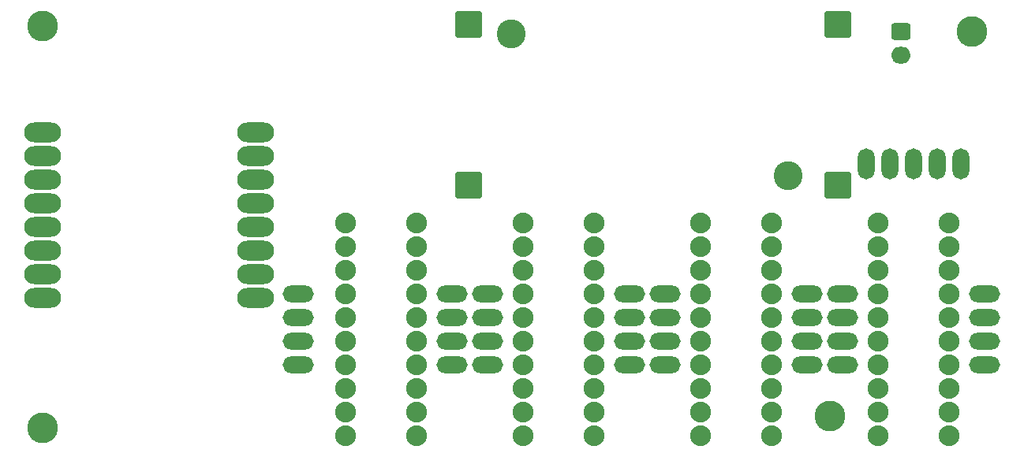
<source format=gbs>
G04 #@! TF.GenerationSoftware,KiCad,Pcbnew,(6.0.4)*
G04 #@! TF.CreationDate,2022-03-19T22:36:38+01:00*
G04 #@! TF.ProjectId,FlyballDisplay,466c7962-616c-46c4-9469-73706c61792e,rev?*
G04 #@! TF.SameCoordinates,Original*
G04 #@! TF.FileFunction,Soldermask,Bot*
G04 #@! TF.FilePolarity,Negative*
%FSLAX46Y46*%
G04 Gerber Fmt 4.6, Leading zero omitted, Abs format (unit mm)*
G04 Created by KiCad (PCBNEW (6.0.4)) date 2022-03-19 22:36:38*
%MOMM*%
%LPD*%
G01*
G04 APERTURE LIST*
G04 Aperture macros list*
%AMRoundRect*
0 Rectangle with rounded corners*
0 $1 Rounding radius*
0 $2 $3 $4 $5 $6 $7 $8 $9 X,Y pos of 4 corners*
0 Add a 4 corners polygon primitive as box body*
4,1,4,$2,$3,$4,$5,$6,$7,$8,$9,$2,$3,0*
0 Add four circle primitives for the rounded corners*
1,1,$1+$1,$2,$3*
1,1,$1+$1,$4,$5*
1,1,$1+$1,$6,$7*
1,1,$1+$1,$8,$9*
0 Add four rect primitives between the rounded corners*
20,1,$1+$1,$2,$3,$4,$5,0*
20,1,$1+$1,$4,$5,$6,$7,0*
20,1,$1+$1,$6,$7,$8,$9,0*
20,1,$1+$1,$8,$9,$2,$3,0*%
G04 Aperture macros list end*
%ADD10RoundRect,0.301000X-0.750000X0.600000X-0.750000X-0.600000X0.750000X-0.600000X0.750000X0.600000X0*%
%ADD11O,2.102000X1.802000*%
%ADD12O,3.962400X2.133600*%
%ADD13C,3.302000*%
%ADD14C,2.235200*%
%ADD15O,3.336800X1.820800*%
%ADD16C,3.102000*%
%ADD17RoundRect,0.152400X1.250000X1.250000X-1.250000X1.250000X-1.250000X-1.250000X1.250000X-1.250000X0*%
%ADD18O,1.820800X3.336800*%
G04 APERTURE END LIST*
D10*
X190500000Y-83820000D03*
D11*
X190500000Y-86320000D03*
D12*
X98425000Y-94615000D03*
X98425000Y-97155000D03*
X98425000Y-99695000D03*
X98425000Y-102235000D03*
X98425000Y-104775000D03*
X98425000Y-107315000D03*
X98425000Y-109855000D03*
X98425000Y-112395000D03*
X121285000Y-94615000D03*
X121285000Y-97155000D03*
X121285000Y-99695000D03*
X121285000Y-102235000D03*
X121285000Y-104775000D03*
X121285000Y-107315000D03*
X121285000Y-109855000D03*
X121285000Y-112395000D03*
D13*
X182880000Y-125095000D03*
X98425000Y-126365000D03*
X198120000Y-83820000D03*
X98425000Y-83185000D03*
D14*
X138506100Y-127223600D03*
X138506100Y-124683600D03*
X138506100Y-122143600D03*
X138506100Y-119603600D03*
X138506100Y-117063600D03*
X138506100Y-114523600D03*
X138506100Y-111983600D03*
X138506100Y-109443600D03*
X138506100Y-106903600D03*
X138506100Y-104363600D03*
X130886100Y-127223600D03*
X130886100Y-124683600D03*
X130886100Y-122143600D03*
X130886100Y-119603600D03*
X130886100Y-117063600D03*
X130886100Y-114523600D03*
X130886100Y-111983600D03*
X130886100Y-109443600D03*
X130886100Y-106903600D03*
X130886100Y-104363600D03*
X157556100Y-127223600D03*
X157556100Y-124683600D03*
X157556100Y-122143600D03*
X157556100Y-119603600D03*
X157556100Y-117063600D03*
X157556100Y-114523600D03*
X157556100Y-111983600D03*
X157556100Y-109443600D03*
X157556100Y-106903600D03*
X157556100Y-104363600D03*
X149936100Y-127223600D03*
X149936100Y-124683600D03*
X149936100Y-122143600D03*
X149936100Y-119603600D03*
X149936100Y-117063600D03*
X149936100Y-114523600D03*
X149936100Y-111983600D03*
X149936100Y-109443600D03*
X149936100Y-106903600D03*
X149936100Y-104363600D03*
D15*
X125806100Y-119603600D03*
X125806100Y-117063600D03*
X125806100Y-114523600D03*
X125806100Y-111983600D03*
X142316100Y-111983600D03*
X142316100Y-114523600D03*
X142316100Y-117063600D03*
X142316100Y-119603600D03*
X146126100Y-119603600D03*
X146126100Y-117063600D03*
X146126100Y-114523600D03*
X146126100Y-111983600D03*
X161366100Y-111983600D03*
X161366100Y-114523600D03*
X161366100Y-117063600D03*
X161366100Y-119603600D03*
D14*
X176606100Y-127223600D03*
X176606100Y-124683600D03*
X176606100Y-122143600D03*
X176606100Y-119603600D03*
X176606100Y-117063600D03*
X176606100Y-114523600D03*
X176606100Y-111983600D03*
X176606100Y-109443600D03*
X176606100Y-106903600D03*
X176606100Y-104363600D03*
X168986100Y-127223600D03*
X168986100Y-124683600D03*
X168986100Y-122143600D03*
X168986100Y-119603600D03*
X168986100Y-117063600D03*
X168986100Y-114523600D03*
X168986100Y-111983600D03*
X168986100Y-109443600D03*
X168986100Y-106903600D03*
X168986100Y-104363600D03*
D15*
X165176100Y-119603600D03*
X165176100Y-117063600D03*
X165176100Y-114523600D03*
X165176100Y-111983600D03*
X180416100Y-111983600D03*
X180416100Y-114523600D03*
X180416100Y-117063600D03*
X180416100Y-119603600D03*
D14*
X195656100Y-127223600D03*
X195656100Y-124683600D03*
X195656100Y-122143600D03*
X195656100Y-119603600D03*
X195656100Y-117063600D03*
X195656100Y-114523600D03*
X195656100Y-111983600D03*
X195656100Y-109443600D03*
X195656100Y-106903600D03*
X195656100Y-104363600D03*
X188036100Y-127223600D03*
X188036100Y-124683600D03*
X188036100Y-122143600D03*
X188036100Y-119603600D03*
X188036100Y-117063600D03*
X188036100Y-114523600D03*
X188036100Y-111983600D03*
X188036100Y-109443600D03*
X188036100Y-106903600D03*
X188036100Y-104363600D03*
D15*
X184226100Y-119603600D03*
X184226100Y-117063600D03*
X184226100Y-114523600D03*
X184226100Y-111983600D03*
X199466100Y-111983600D03*
X199466100Y-114523600D03*
X199466100Y-117063600D03*
X199466100Y-119603600D03*
D16*
X148666100Y-84043600D03*
X178384100Y-99283600D03*
D17*
X144094100Y-100299600D03*
X144094100Y-83027600D03*
X183718100Y-83027600D03*
X183718100Y-100299600D03*
D18*
X196926100Y-98013600D03*
X194386100Y-98013600D03*
X191846100Y-98013600D03*
X189306100Y-98013600D03*
X186766100Y-98013600D03*
M02*

</source>
